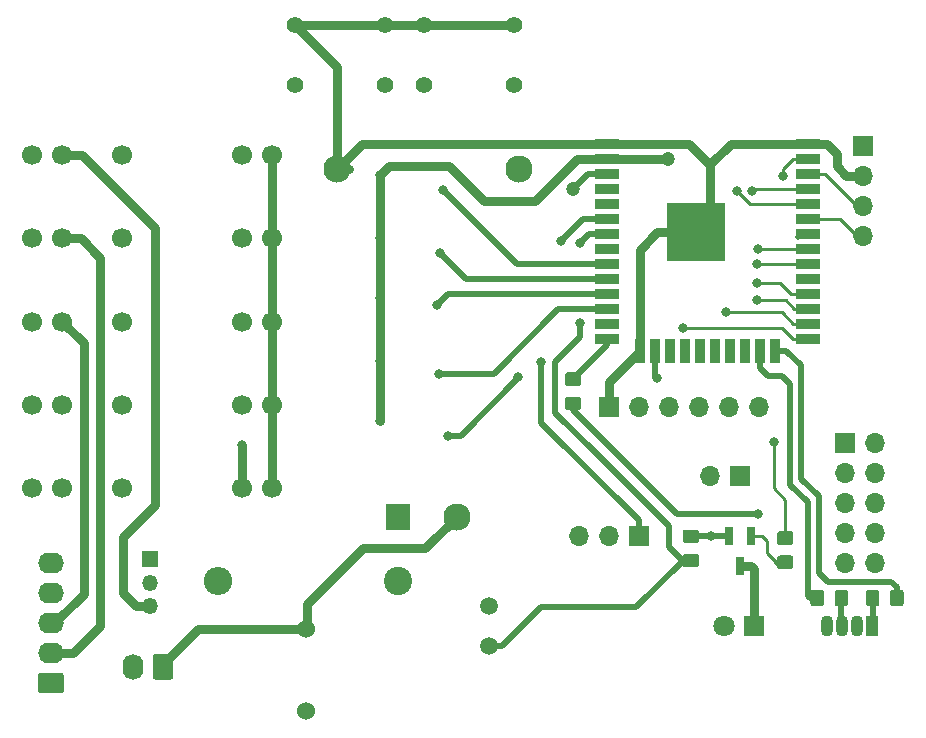
<source format=gbr>
%TF.GenerationSoftware,KiCad,Pcbnew,5.1.5+dfsg1-2build2*%
%TF.CreationDate,2021-01-07T21:04:46-03:00*%
%TF.ProjectId,Punkatoo,50756e6b-6174-46f6-9f2e-6b696361645f,rev?*%
%TF.SameCoordinates,Original*%
%TF.FileFunction,Copper,L1,Top*%
%TF.FilePolarity,Positive*%
%FSLAX46Y46*%
G04 Gerber Fmt 4.6, Leading zero omitted, Abs format (unit mm)*
G04 Created by KiCad (PCBNEW 5.1.5+dfsg1-2build2) date 2021-01-07 21:04:46*
%MOMM*%
%LPD*%
G04 APERTURE LIST*
%TA.AperFunction,ComponentPad*%
%ADD10O,1.700000X1.700000*%
%TD*%
%TA.AperFunction,ComponentPad*%
%ADD11R,1.700000X1.700000*%
%TD*%
%TA.AperFunction,ComponentPad*%
%ADD12C,1.397000*%
%TD*%
%TA.AperFunction,ComponentPad*%
%ADD13C,1.524000*%
%TD*%
%TA.AperFunction,ComponentPad*%
%ADD14O,1.350000X1.350000*%
%TD*%
%TA.AperFunction,ComponentPad*%
%ADD15R,1.350000X1.350000*%
%TD*%
%TA.AperFunction,SMDPad,CuDef*%
%ADD16C,0.100000*%
%TD*%
%TA.AperFunction,SMDPad,CuDef*%
%ADD17R,5.000000X5.000000*%
%TD*%
%TA.AperFunction,SMDPad,CuDef*%
%ADD18R,2.000000X0.900000*%
%TD*%
%TA.AperFunction,SMDPad,CuDef*%
%ADD19R,0.900000X2.000000*%
%TD*%
%TA.AperFunction,ComponentPad*%
%ADD20O,2.400000X2.400000*%
%TD*%
%TA.AperFunction,ComponentPad*%
%ADD21C,2.400000*%
%TD*%
%TA.AperFunction,ComponentPad*%
%ADD22O,2.200000X1.740000*%
%TD*%
%TA.AperFunction,ComponentPad*%
%ADD23C,0.100000*%
%TD*%
%TA.AperFunction,ComponentPad*%
%ADD24O,1.740000X2.200000*%
%TD*%
%TA.AperFunction,ComponentPad*%
%ADD25C,2.300000*%
%TD*%
%TA.AperFunction,ComponentPad*%
%ADD26R,2.000000X2.300000*%
%TD*%
%TA.AperFunction,ComponentPad*%
%ADD27C,1.700000*%
%TD*%
%TA.AperFunction,ComponentPad*%
%ADD28O,1.070000X1.800000*%
%TD*%
%TA.AperFunction,ComponentPad*%
%ADD29R,1.070000X1.800000*%
%TD*%
%TA.AperFunction,SMDPad,CuDef*%
%ADD30R,0.800000X1.500000*%
%TD*%
%TA.AperFunction,ComponentPad*%
%ADD31C,1.500000*%
%TD*%
%TA.AperFunction,ComponentPad*%
%ADD32C,1.800000*%
%TD*%
%TA.AperFunction,ComponentPad*%
%ADD33R,1.800000X1.800000*%
%TD*%
%TA.AperFunction,ViaPad*%
%ADD34C,0.800000*%
%TD*%
%TA.AperFunction,ViaPad*%
%ADD35C,1.200000*%
%TD*%
%TA.AperFunction,Conductor*%
%ADD36C,0.750000*%
%TD*%
%TA.AperFunction,Conductor*%
%ADD37C,0.500000*%
%TD*%
%TA.AperFunction,Conductor*%
%ADD38C,0.250000*%
%TD*%
G04 APERTURE END LIST*
D10*
%TO.P,U2,3*%
%TO.N,Net-(C1-Pad1)*%
X120210000Y-105172000D03*
%TO.P,U2,2*%
%TO.N,GND*%
X122750000Y-105172000D03*
D11*
%TO.P,U2,1*%
%TO.N,Net-(U1-Pad6)*%
X125290000Y-105172000D03*
%TD*%
D10*
%TO.P,J6,4*%
%TO.N,Net-(J6-Pad4)*%
X144300000Y-79720000D03*
%TO.P,J6,3*%
%TO.N,Net-(J6-Pad3)*%
X144300000Y-77180000D03*
%TO.P,J6,2*%
%TO.N,GND*%
X144300000Y-74640000D03*
D11*
%TO.P,J6,1*%
%TO.N,+3V3*%
X144300000Y-72100000D03*
%TD*%
D12*
%TO.P,SW2,2*%
%TO.N,GND*%
X103800000Y-61920000D03*
%TO.P,SW2,1*%
%TO.N,/FLASH*%
X103800000Y-67000000D03*
%TO.P,SW2,2*%
%TO.N,GND*%
X96180000Y-61920000D03*
%TO.P,SW2,1*%
%TO.N,/FLASH*%
X96180000Y-67000000D03*
%TD*%
%TO.P,SW1,2*%
%TO.N,Net-(SW1-Pad2)*%
X107100000Y-67000000D03*
%TO.P,SW1,1*%
%TO.N,GND*%
X107100000Y-61920000D03*
%TO.P,SW1,2*%
%TO.N,Net-(SW1-Pad2)*%
X114720000Y-67000000D03*
%TO.P,SW1,1*%
%TO.N,GND*%
X114720000Y-61920000D03*
%TD*%
D13*
%TO.P,RV1,2*%
%TO.N,LINE*%
X97100000Y-120000000D03*
%TO.P,RV1,1*%
%TO.N,NEUT*%
X97100000Y-113000000D03*
%TD*%
D14*
%TO.P,C2,3*%
%TO.N,Net-(C2-Pad3)*%
X83900000Y-111100000D03*
%TO.P,C2,2*%
%TO.N,Net-(C2-Pad2)*%
X83900000Y-109100000D03*
D15*
%TO.P,C2,1*%
%TO.N,/M1*%
X83900000Y-107100000D03*
%TD*%
%TA.AperFunction,SMDPad,CuDef*%
D16*
%TO.P,R4,2*%
%TO.N,Net-(D1-Pad2)*%
G36*
X120174505Y-93351204D02*
G01*
X120198773Y-93354804D01*
X120222572Y-93360765D01*
X120245671Y-93369030D01*
X120267850Y-93379520D01*
X120288893Y-93392132D01*
X120308599Y-93406747D01*
X120326777Y-93423223D01*
X120343253Y-93441401D01*
X120357868Y-93461107D01*
X120370480Y-93482150D01*
X120380970Y-93504329D01*
X120389235Y-93527428D01*
X120395196Y-93551227D01*
X120398796Y-93575495D01*
X120400000Y-93599999D01*
X120400000Y-94250001D01*
X120398796Y-94274505D01*
X120395196Y-94298773D01*
X120389235Y-94322572D01*
X120380970Y-94345671D01*
X120370480Y-94367850D01*
X120357868Y-94388893D01*
X120343253Y-94408599D01*
X120326777Y-94426777D01*
X120308599Y-94443253D01*
X120288893Y-94457868D01*
X120267850Y-94470480D01*
X120245671Y-94480970D01*
X120222572Y-94489235D01*
X120198773Y-94495196D01*
X120174505Y-94498796D01*
X120150001Y-94500000D01*
X119249999Y-94500000D01*
X119225495Y-94498796D01*
X119201227Y-94495196D01*
X119177428Y-94489235D01*
X119154329Y-94480970D01*
X119132150Y-94470480D01*
X119111107Y-94457868D01*
X119091401Y-94443253D01*
X119073223Y-94426777D01*
X119056747Y-94408599D01*
X119042132Y-94388893D01*
X119029520Y-94367850D01*
X119019030Y-94345671D01*
X119010765Y-94322572D01*
X119004804Y-94298773D01*
X119001204Y-94274505D01*
X119000000Y-94250001D01*
X119000000Y-93599999D01*
X119001204Y-93575495D01*
X119004804Y-93551227D01*
X119010765Y-93527428D01*
X119019030Y-93504329D01*
X119029520Y-93482150D01*
X119042132Y-93461107D01*
X119056747Y-93441401D01*
X119073223Y-93423223D01*
X119091401Y-93406747D01*
X119111107Y-93392132D01*
X119132150Y-93379520D01*
X119154329Y-93369030D01*
X119177428Y-93360765D01*
X119201227Y-93354804D01*
X119225495Y-93351204D01*
X119249999Y-93350000D01*
X120150001Y-93350000D01*
X120174505Y-93351204D01*
G37*
%TD.AperFunction*%
%TA.AperFunction,SMDPad,CuDef*%
%TO.P,R4,1*%
%TO.N,Net-(R4-Pad1)*%
G36*
X120174505Y-91301204D02*
G01*
X120198773Y-91304804D01*
X120222572Y-91310765D01*
X120245671Y-91319030D01*
X120267850Y-91329520D01*
X120288893Y-91342132D01*
X120308599Y-91356747D01*
X120326777Y-91373223D01*
X120343253Y-91391401D01*
X120357868Y-91411107D01*
X120370480Y-91432150D01*
X120380970Y-91454329D01*
X120389235Y-91477428D01*
X120395196Y-91501227D01*
X120398796Y-91525495D01*
X120400000Y-91549999D01*
X120400000Y-92200001D01*
X120398796Y-92224505D01*
X120395196Y-92248773D01*
X120389235Y-92272572D01*
X120380970Y-92295671D01*
X120370480Y-92317850D01*
X120357868Y-92338893D01*
X120343253Y-92358599D01*
X120326777Y-92376777D01*
X120308599Y-92393253D01*
X120288893Y-92407868D01*
X120267850Y-92420480D01*
X120245671Y-92430970D01*
X120222572Y-92439235D01*
X120198773Y-92445196D01*
X120174505Y-92448796D01*
X120150001Y-92450000D01*
X119249999Y-92450000D01*
X119225495Y-92448796D01*
X119201227Y-92445196D01*
X119177428Y-92439235D01*
X119154329Y-92430970D01*
X119132150Y-92420480D01*
X119111107Y-92407868D01*
X119091401Y-92393253D01*
X119073223Y-92376777D01*
X119056747Y-92358599D01*
X119042132Y-92338893D01*
X119029520Y-92317850D01*
X119019030Y-92295671D01*
X119010765Y-92272572D01*
X119004804Y-92248773D01*
X119001204Y-92224505D01*
X119000000Y-92200001D01*
X119000000Y-91549999D01*
X119001204Y-91525495D01*
X119004804Y-91501227D01*
X119010765Y-91477428D01*
X119019030Y-91454329D01*
X119029520Y-91432150D01*
X119042132Y-91411107D01*
X119056747Y-91391401D01*
X119073223Y-91373223D01*
X119091401Y-91356747D01*
X119111107Y-91342132D01*
X119132150Y-91329520D01*
X119154329Y-91319030D01*
X119177428Y-91310765D01*
X119201227Y-91304804D01*
X119225495Y-91301204D01*
X119249999Y-91300000D01*
X120150001Y-91300000D01*
X120174505Y-91301204D01*
G37*
%TD.AperFunction*%
%TD*%
D17*
%TO.P,U1,39*%
%TO.N,GND*%
X130100000Y-79445000D03*
D18*
%TO.P,U1,1*%
X122600000Y-71945000D03*
%TO.P,U1,2*%
%TO.N,+3V3*%
X122600000Y-73215000D03*
%TO.P,U1,3*%
%TO.N,Net-(SW1-Pad2)*%
X122600000Y-74485000D03*
%TO.P,U1,4*%
%TO.N,Net-(U1-Pad4)*%
X122600000Y-75755000D03*
%TO.P,U1,5*%
%TO.N,Net-(U1-Pad5)*%
X122600000Y-77025000D03*
%TO.P,U1,6*%
%TO.N,Net-(U1-Pad6)*%
X122600000Y-78295000D03*
%TO.P,U1,7*%
%TO.N,Net-(R1-Pad2)*%
X122600000Y-79565000D03*
%TO.P,U1,8*%
%TO.N,Net-(U1-Pad8)*%
X122600000Y-80835000D03*
%TO.P,U1,9*%
%TO.N,R1*%
X122600000Y-82105000D03*
%TO.P,U1,10*%
%TO.N,R2*%
X122600000Y-83375000D03*
%TO.P,U1,11*%
%TO.N,R3*%
X122600000Y-84645000D03*
%TO.P,U1,12*%
%TO.N,R4*%
X122600000Y-85915000D03*
%TO.P,U1,13*%
%TO.N,Net-(U1-Pad13)*%
X122600000Y-87185000D03*
%TO.P,U1,14*%
%TO.N,Net-(R4-Pad1)*%
X122600000Y-88455000D03*
D19*
%TO.P,U1,15*%
%TO.N,GND*%
X125385000Y-89455000D03*
%TO.P,U1,16*%
%TO.N,R5*%
X126655000Y-89455000D03*
%TO.P,U1,17*%
%TO.N,Net-(U1-Pad17)*%
X127925000Y-89455000D03*
%TO.P,U1,18*%
%TO.N,Net-(U1-Pad18)*%
X129195000Y-89455000D03*
%TO.P,U1,19*%
%TO.N,Net-(U1-Pad19)*%
X130465000Y-89455000D03*
%TO.P,U1,20*%
%TO.N,Net-(U1-Pad20)*%
X131735000Y-89455000D03*
%TO.P,U1,21*%
%TO.N,Net-(U1-Pad21)*%
X133005000Y-89455000D03*
%TO.P,U1,22*%
%TO.N,Net-(U1-Pad22)*%
X134275000Y-89455000D03*
%TO.P,U1,23*%
%TO.N,Net-(R5-Pad1)*%
X135545000Y-89455000D03*
%TO.P,U1,24*%
%TO.N,Net-(R3-Pad1)*%
X136815000Y-89455000D03*
D18*
%TO.P,U1,25*%
%TO.N,/FLASH*%
X139600000Y-88455000D03*
%TO.P,U1,26*%
%TO.N,Net-(R8-Pad1)*%
X139600000Y-87185000D03*
%TO.P,U1,27*%
%TO.N,Net-(J2-Pad9)*%
X139600000Y-85915000D03*
%TO.P,U1,28*%
%TO.N,Net-(J2-Pad7)*%
X139600000Y-84645000D03*
%TO.P,U1,29*%
%TO.N,Net-(U1-Pad29)*%
X139600000Y-83375000D03*
%TO.P,U1,30*%
%TO.N,Net-(J2-Pad5)*%
X139600000Y-82105000D03*
%TO.P,U1,31*%
%TO.N,Net-(J2-Pad3)*%
X139600000Y-80835000D03*
%TO.P,U1,32*%
%TO.N,Net-(U1-Pad32)*%
X139600000Y-79565000D03*
%TO.P,U1,33*%
%TO.N,Net-(J6-Pad4)*%
X139600000Y-78295000D03*
%TO.P,U1,34*%
%TO.N,/RXD*%
X139600000Y-77025000D03*
%TO.P,U1,35*%
%TO.N,/TXD*%
X139600000Y-75755000D03*
%TO.P,U1,36*%
%TO.N,Net-(J6-Pad3)*%
X139600000Y-74485000D03*
%TO.P,U1,37*%
%TO.N,Net-(J2-Pad1)*%
X139600000Y-73215000D03*
%TO.P,U1,38*%
%TO.N,GND*%
X139600000Y-71945000D03*
%TD*%
D20*
%TO.P,F1,2*%
%TO.N,Net-(F1-Pad2)*%
X89660000Y-109000000D03*
D21*
%TO.P,F1,1*%
%TO.N,LINE*%
X104900000Y-109000000D03*
%TD*%
D10*
%TO.P,J2,10*%
%TO.N,Net-(J2-Pad10)*%
X145240000Y-107460000D03*
%TO.P,J2,9*%
%TO.N,Net-(J2-Pad9)*%
X142700000Y-107460000D03*
%TO.P,J2,8*%
%TO.N,Net-(J2-Pad10)*%
X145240000Y-104920000D03*
%TO.P,J2,7*%
%TO.N,Net-(J2-Pad7)*%
X142700000Y-104920000D03*
%TO.P,J2,6*%
%TO.N,Net-(J2-Pad10)*%
X145240000Y-102380000D03*
%TO.P,J2,5*%
%TO.N,Net-(J2-Pad5)*%
X142700000Y-102380000D03*
%TO.P,J2,4*%
%TO.N,Net-(J2-Pad10)*%
X145240000Y-99840000D03*
%TO.P,J2,3*%
%TO.N,Net-(J2-Pad3)*%
X142700000Y-99840000D03*
%TO.P,J2,2*%
%TO.N,Net-(J2-Pad10)*%
X145240000Y-97300000D03*
D11*
%TO.P,J2,1*%
%TO.N,Net-(J2-Pad1)*%
X142700000Y-97300000D03*
%TD*%
D10*
%TO.P,J3,6*%
%TO.N,Net-(J3-Pad6)*%
X135450000Y-94250000D03*
%TO.P,J3,5*%
%TO.N,/TXD*%
X132910000Y-94250000D03*
%TO.P,J3,4*%
%TO.N,/RXD*%
X130370000Y-94250000D03*
%TO.P,J3,3*%
%TO.N,Net-(J3-Pad3)*%
X127830000Y-94250000D03*
%TO.P,J3,2*%
%TO.N,Net-(J3-Pad2)*%
X125290000Y-94250000D03*
D11*
%TO.P,J3,1*%
%TO.N,GND*%
X122750000Y-94250000D03*
%TD*%
D22*
%TO.P,J7,5*%
%TO.N,/LMP*%
X75500000Y-107440000D03*
%TO.P,J7,4*%
%TO.N,/M2*%
X75500000Y-109980000D03*
%TO.P,J7,3*%
%TO.N,/M1*%
X75500000Y-112520000D03*
%TO.P,J7,2*%
%TO.N,Net-(C2-Pad2)*%
X75500000Y-115060000D03*
%TA.AperFunction,ComponentPad*%
D23*
%TO.P,J7,1*%
%TO.N,Net-(C2-Pad3)*%
G36*
X76374505Y-116731204D02*
G01*
X76398773Y-116734804D01*
X76422572Y-116740765D01*
X76445671Y-116749030D01*
X76467850Y-116759520D01*
X76488893Y-116772132D01*
X76508599Y-116786747D01*
X76526777Y-116803223D01*
X76543253Y-116821401D01*
X76557868Y-116841107D01*
X76570480Y-116862150D01*
X76580970Y-116884329D01*
X76589235Y-116907428D01*
X76595196Y-116931227D01*
X76598796Y-116955495D01*
X76600000Y-116979999D01*
X76600000Y-118220001D01*
X76598796Y-118244505D01*
X76595196Y-118268773D01*
X76589235Y-118292572D01*
X76580970Y-118315671D01*
X76570480Y-118337850D01*
X76557868Y-118358893D01*
X76543253Y-118378599D01*
X76526777Y-118396777D01*
X76508599Y-118413253D01*
X76488893Y-118427868D01*
X76467850Y-118440480D01*
X76445671Y-118450970D01*
X76422572Y-118459235D01*
X76398773Y-118465196D01*
X76374505Y-118468796D01*
X76350001Y-118470000D01*
X74649999Y-118470000D01*
X74625495Y-118468796D01*
X74601227Y-118465196D01*
X74577428Y-118459235D01*
X74554329Y-118450970D01*
X74532150Y-118440480D01*
X74511107Y-118427868D01*
X74491401Y-118413253D01*
X74473223Y-118396777D01*
X74456747Y-118378599D01*
X74442132Y-118358893D01*
X74429520Y-118337850D01*
X74419030Y-118315671D01*
X74410765Y-118292572D01*
X74404804Y-118268773D01*
X74401204Y-118244505D01*
X74400000Y-118220001D01*
X74400000Y-116979999D01*
X74401204Y-116955495D01*
X74404804Y-116931227D01*
X74410765Y-116907428D01*
X74419030Y-116884329D01*
X74429520Y-116862150D01*
X74442132Y-116841107D01*
X74456747Y-116821401D01*
X74473223Y-116803223D01*
X74491401Y-116786747D01*
X74511107Y-116772132D01*
X74532150Y-116759520D01*
X74554329Y-116749030D01*
X74577428Y-116740765D01*
X74601227Y-116734804D01*
X74625495Y-116731204D01*
X74649999Y-116730000D01*
X76350001Y-116730000D01*
X76374505Y-116731204D01*
G37*
%TD.AperFunction*%
%TD*%
D24*
%TO.P,J1,2*%
%TO.N,Net-(F1-Pad2)*%
X82460000Y-116200000D03*
%TA.AperFunction,ComponentPad*%
D23*
%TO.P,J1,1*%
%TO.N,NEUT*%
G36*
X85644505Y-115101204D02*
G01*
X85668773Y-115104804D01*
X85692572Y-115110765D01*
X85715671Y-115119030D01*
X85737850Y-115129520D01*
X85758893Y-115142132D01*
X85778599Y-115156747D01*
X85796777Y-115173223D01*
X85813253Y-115191401D01*
X85827868Y-115211107D01*
X85840480Y-115232150D01*
X85850970Y-115254329D01*
X85859235Y-115277428D01*
X85865196Y-115301227D01*
X85868796Y-115325495D01*
X85870000Y-115349999D01*
X85870000Y-117050001D01*
X85868796Y-117074505D01*
X85865196Y-117098773D01*
X85859235Y-117122572D01*
X85850970Y-117145671D01*
X85840480Y-117167850D01*
X85827868Y-117188893D01*
X85813253Y-117208599D01*
X85796777Y-117226777D01*
X85778599Y-117243253D01*
X85758893Y-117257868D01*
X85737850Y-117270480D01*
X85715671Y-117280970D01*
X85692572Y-117289235D01*
X85668773Y-117295196D01*
X85644505Y-117298796D01*
X85620001Y-117300000D01*
X84379999Y-117300000D01*
X84355495Y-117298796D01*
X84331227Y-117295196D01*
X84307428Y-117289235D01*
X84284329Y-117280970D01*
X84262150Y-117270480D01*
X84241107Y-117257868D01*
X84221401Y-117243253D01*
X84203223Y-117226777D01*
X84186747Y-117208599D01*
X84172132Y-117188893D01*
X84159520Y-117167850D01*
X84149030Y-117145671D01*
X84140765Y-117122572D01*
X84134804Y-117098773D01*
X84131204Y-117074505D01*
X84130000Y-117050001D01*
X84130000Y-115349999D01*
X84131204Y-115325495D01*
X84134804Y-115301227D01*
X84140765Y-115277428D01*
X84149030Y-115254329D01*
X84159520Y-115232150D01*
X84172132Y-115211107D01*
X84186747Y-115191401D01*
X84203223Y-115173223D01*
X84221401Y-115156747D01*
X84241107Y-115142132D01*
X84262150Y-115129520D01*
X84284329Y-115119030D01*
X84307428Y-115110765D01*
X84331227Y-115104804D01*
X84355495Y-115101204D01*
X84379999Y-115100000D01*
X85620001Y-115100000D01*
X85644505Y-115101204D01*
G37*
%TD.AperFunction*%
%TD*%
D25*
%TO.P,PS1,4*%
%TO.N,+5V*%
X115100000Y-74116000D03*
%TO.P,PS1,2*%
%TO.N,NEUT*%
X109900000Y-103516000D03*
D26*
%TO.P,PS1,1*%
%TO.N,LINE*%
X104900000Y-103516000D03*
D25*
%TO.P,PS1,3*%
%TO.N,GND*%
X99700000Y-74116000D03*
%TD*%
D27*
%TO.P,K5,2*%
%TO.N,LINE*%
X81532000Y-101103000D03*
%TO.P,K5,1*%
%TO.N,/LMP*%
X73912000Y-101103000D03*
%TO.P,K5,3*%
%TO.N,Net-(K5-Pad3)*%
X91692000Y-101103000D03*
%TO.P,K5,4*%
%TO.N,GND*%
X94232000Y-101103000D03*
%TO.P,K5,1*%
%TO.N,/LMP*%
X76452000Y-101103000D03*
%TD*%
%TO.P,K4,2*%
%TO.N,LINE*%
X81532000Y-94054500D03*
%TO.P,K4,1*%
%TO.N,/M2*%
X73912000Y-94054500D03*
%TO.P,K4,3*%
%TO.N,Net-(K4-Pad3)*%
X91692000Y-94054500D03*
%TO.P,K4,4*%
%TO.N,GND*%
X94232000Y-94054500D03*
%TO.P,K4,1*%
%TO.N,/M2*%
X76452000Y-94054500D03*
%TD*%
%TO.P,K3,2*%
%TO.N,LINE*%
X81532000Y-87006000D03*
%TO.P,K3,1*%
%TO.N,/M1*%
X73912000Y-87006000D03*
%TO.P,K3,3*%
%TO.N,Net-(K3-Pad3)*%
X91692000Y-87006000D03*
%TO.P,K3,4*%
%TO.N,GND*%
X94232000Y-87006000D03*
%TO.P,K3,1*%
%TO.N,/M1*%
X76452000Y-87006000D03*
%TD*%
%TO.P,K2,2*%
%TO.N,Net-(JP2-Pad1)*%
X81532000Y-79957500D03*
%TO.P,K2,1*%
%TO.N,Net-(C2-Pad2)*%
X73912000Y-79957500D03*
%TO.P,K2,3*%
%TO.N,Net-(K2-Pad3)*%
X91692000Y-79957500D03*
%TO.P,K2,4*%
%TO.N,GND*%
X94232000Y-79957500D03*
%TO.P,K2,1*%
%TO.N,Net-(C2-Pad2)*%
X76452000Y-79957500D03*
%TD*%
%TO.P,K1,2*%
%TO.N,Net-(JP2-Pad1)*%
X81532000Y-72909000D03*
%TO.P,K1,1*%
%TO.N,Net-(C2-Pad3)*%
X73912000Y-72909000D03*
%TO.P,K1,3*%
%TO.N,Net-(K1-Pad3)*%
X91692000Y-72909000D03*
%TO.P,K1,4*%
%TO.N,GND*%
X94232000Y-72909000D03*
%TO.P,K1,1*%
%TO.N,Net-(C2-Pad3)*%
X76452000Y-72909000D03*
%TD*%
%TA.AperFunction,SMDPad,CuDef*%
D16*
%TO.P,R5,2*%
%TO.N,Net-(D1-Pad3)*%
G36*
X142774505Y-109701204D02*
G01*
X142798773Y-109704804D01*
X142822572Y-109710765D01*
X142845671Y-109719030D01*
X142867850Y-109729520D01*
X142888893Y-109742132D01*
X142908599Y-109756747D01*
X142926777Y-109773223D01*
X142943253Y-109791401D01*
X142957868Y-109811107D01*
X142970480Y-109832150D01*
X142980970Y-109854329D01*
X142989235Y-109877428D01*
X142995196Y-109901227D01*
X142998796Y-109925495D01*
X143000000Y-109949999D01*
X143000000Y-110850001D01*
X142998796Y-110874505D01*
X142995196Y-110898773D01*
X142989235Y-110922572D01*
X142980970Y-110945671D01*
X142970480Y-110967850D01*
X142957868Y-110988893D01*
X142943253Y-111008599D01*
X142926777Y-111026777D01*
X142908599Y-111043253D01*
X142888893Y-111057868D01*
X142867850Y-111070480D01*
X142845671Y-111080970D01*
X142822572Y-111089235D01*
X142798773Y-111095196D01*
X142774505Y-111098796D01*
X142750001Y-111100000D01*
X142099999Y-111100000D01*
X142075495Y-111098796D01*
X142051227Y-111095196D01*
X142027428Y-111089235D01*
X142004329Y-111080970D01*
X141982150Y-111070480D01*
X141961107Y-111057868D01*
X141941401Y-111043253D01*
X141923223Y-111026777D01*
X141906747Y-111008599D01*
X141892132Y-110988893D01*
X141879520Y-110967850D01*
X141869030Y-110945671D01*
X141860765Y-110922572D01*
X141854804Y-110898773D01*
X141851204Y-110874505D01*
X141850000Y-110850001D01*
X141850000Y-109949999D01*
X141851204Y-109925495D01*
X141854804Y-109901227D01*
X141860765Y-109877428D01*
X141869030Y-109854329D01*
X141879520Y-109832150D01*
X141892132Y-109811107D01*
X141906747Y-109791401D01*
X141923223Y-109773223D01*
X141941401Y-109756747D01*
X141961107Y-109742132D01*
X141982150Y-109729520D01*
X142004329Y-109719030D01*
X142027428Y-109710765D01*
X142051227Y-109704804D01*
X142075495Y-109701204D01*
X142099999Y-109700000D01*
X142750001Y-109700000D01*
X142774505Y-109701204D01*
G37*
%TD.AperFunction*%
%TA.AperFunction,SMDPad,CuDef*%
%TO.P,R5,1*%
%TO.N,Net-(R5-Pad1)*%
G36*
X140724505Y-109701204D02*
G01*
X140748773Y-109704804D01*
X140772572Y-109710765D01*
X140795671Y-109719030D01*
X140817850Y-109729520D01*
X140838893Y-109742132D01*
X140858599Y-109756747D01*
X140876777Y-109773223D01*
X140893253Y-109791401D01*
X140907868Y-109811107D01*
X140920480Y-109832150D01*
X140930970Y-109854329D01*
X140939235Y-109877428D01*
X140945196Y-109901227D01*
X140948796Y-109925495D01*
X140950000Y-109949999D01*
X140950000Y-110850001D01*
X140948796Y-110874505D01*
X140945196Y-110898773D01*
X140939235Y-110922572D01*
X140930970Y-110945671D01*
X140920480Y-110967850D01*
X140907868Y-110988893D01*
X140893253Y-111008599D01*
X140876777Y-111026777D01*
X140858599Y-111043253D01*
X140838893Y-111057868D01*
X140817850Y-111070480D01*
X140795671Y-111080970D01*
X140772572Y-111089235D01*
X140748773Y-111095196D01*
X140724505Y-111098796D01*
X140700001Y-111100000D01*
X140049999Y-111100000D01*
X140025495Y-111098796D01*
X140001227Y-111095196D01*
X139977428Y-111089235D01*
X139954329Y-111080970D01*
X139932150Y-111070480D01*
X139911107Y-111057868D01*
X139891401Y-111043253D01*
X139873223Y-111026777D01*
X139856747Y-111008599D01*
X139842132Y-110988893D01*
X139829520Y-110967850D01*
X139819030Y-110945671D01*
X139810765Y-110922572D01*
X139804804Y-110898773D01*
X139801204Y-110874505D01*
X139800000Y-110850001D01*
X139800000Y-109949999D01*
X139801204Y-109925495D01*
X139804804Y-109901227D01*
X139810765Y-109877428D01*
X139819030Y-109854329D01*
X139829520Y-109832150D01*
X139842132Y-109811107D01*
X139856747Y-109791401D01*
X139873223Y-109773223D01*
X139891401Y-109756747D01*
X139911107Y-109742132D01*
X139932150Y-109729520D01*
X139954329Y-109719030D01*
X139977428Y-109710765D01*
X140001227Y-109704804D01*
X140025495Y-109701204D01*
X140049999Y-109700000D01*
X140700001Y-109700000D01*
X140724505Y-109701204D01*
G37*
%TD.AperFunction*%
%TD*%
%TA.AperFunction,SMDPad,CuDef*%
%TO.P,R3,2*%
%TO.N,Net-(D1-Pad1)*%
G36*
X145424505Y-109701204D02*
G01*
X145448773Y-109704804D01*
X145472572Y-109710765D01*
X145495671Y-109719030D01*
X145517850Y-109729520D01*
X145538893Y-109742132D01*
X145558599Y-109756747D01*
X145576777Y-109773223D01*
X145593253Y-109791401D01*
X145607868Y-109811107D01*
X145620480Y-109832150D01*
X145630970Y-109854329D01*
X145639235Y-109877428D01*
X145645196Y-109901227D01*
X145648796Y-109925495D01*
X145650000Y-109949999D01*
X145650000Y-110850001D01*
X145648796Y-110874505D01*
X145645196Y-110898773D01*
X145639235Y-110922572D01*
X145630970Y-110945671D01*
X145620480Y-110967850D01*
X145607868Y-110988893D01*
X145593253Y-111008599D01*
X145576777Y-111026777D01*
X145558599Y-111043253D01*
X145538893Y-111057868D01*
X145517850Y-111070480D01*
X145495671Y-111080970D01*
X145472572Y-111089235D01*
X145448773Y-111095196D01*
X145424505Y-111098796D01*
X145400001Y-111100000D01*
X144749999Y-111100000D01*
X144725495Y-111098796D01*
X144701227Y-111095196D01*
X144677428Y-111089235D01*
X144654329Y-111080970D01*
X144632150Y-111070480D01*
X144611107Y-111057868D01*
X144591401Y-111043253D01*
X144573223Y-111026777D01*
X144556747Y-111008599D01*
X144542132Y-110988893D01*
X144529520Y-110967850D01*
X144519030Y-110945671D01*
X144510765Y-110922572D01*
X144504804Y-110898773D01*
X144501204Y-110874505D01*
X144500000Y-110850001D01*
X144500000Y-109949999D01*
X144501204Y-109925495D01*
X144504804Y-109901227D01*
X144510765Y-109877428D01*
X144519030Y-109854329D01*
X144529520Y-109832150D01*
X144542132Y-109811107D01*
X144556747Y-109791401D01*
X144573223Y-109773223D01*
X144591401Y-109756747D01*
X144611107Y-109742132D01*
X144632150Y-109729520D01*
X144654329Y-109719030D01*
X144677428Y-109710765D01*
X144701227Y-109704804D01*
X144725495Y-109701204D01*
X144749999Y-109700000D01*
X145400001Y-109700000D01*
X145424505Y-109701204D01*
G37*
%TD.AperFunction*%
%TA.AperFunction,SMDPad,CuDef*%
%TO.P,R3,1*%
%TO.N,Net-(R3-Pad1)*%
G36*
X147474505Y-109701204D02*
G01*
X147498773Y-109704804D01*
X147522572Y-109710765D01*
X147545671Y-109719030D01*
X147567850Y-109729520D01*
X147588893Y-109742132D01*
X147608599Y-109756747D01*
X147626777Y-109773223D01*
X147643253Y-109791401D01*
X147657868Y-109811107D01*
X147670480Y-109832150D01*
X147680970Y-109854329D01*
X147689235Y-109877428D01*
X147695196Y-109901227D01*
X147698796Y-109925495D01*
X147700000Y-109949999D01*
X147700000Y-110850001D01*
X147698796Y-110874505D01*
X147695196Y-110898773D01*
X147689235Y-110922572D01*
X147680970Y-110945671D01*
X147670480Y-110967850D01*
X147657868Y-110988893D01*
X147643253Y-111008599D01*
X147626777Y-111026777D01*
X147608599Y-111043253D01*
X147588893Y-111057868D01*
X147567850Y-111070480D01*
X147545671Y-111080970D01*
X147522572Y-111089235D01*
X147498773Y-111095196D01*
X147474505Y-111098796D01*
X147450001Y-111100000D01*
X146799999Y-111100000D01*
X146775495Y-111098796D01*
X146751227Y-111095196D01*
X146727428Y-111089235D01*
X146704329Y-111080970D01*
X146682150Y-111070480D01*
X146661107Y-111057868D01*
X146641401Y-111043253D01*
X146623223Y-111026777D01*
X146606747Y-111008599D01*
X146592132Y-110988893D01*
X146579520Y-110967850D01*
X146569030Y-110945671D01*
X146560765Y-110922572D01*
X146554804Y-110898773D01*
X146551204Y-110874505D01*
X146550000Y-110850001D01*
X146550000Y-109949999D01*
X146551204Y-109925495D01*
X146554804Y-109901227D01*
X146560765Y-109877428D01*
X146569030Y-109854329D01*
X146579520Y-109832150D01*
X146592132Y-109811107D01*
X146606747Y-109791401D01*
X146623223Y-109773223D01*
X146641401Y-109756747D01*
X146661107Y-109742132D01*
X146682150Y-109729520D01*
X146704329Y-109719030D01*
X146727428Y-109710765D01*
X146751227Y-109704804D01*
X146775495Y-109701204D01*
X146799999Y-109700000D01*
X147450001Y-109700000D01*
X147474505Y-109701204D01*
G37*
%TD.AperFunction*%
%TD*%
D28*
%TO.P,D1,4*%
%TO.N,+3V3*%
X141224000Y-112776000D03*
%TO.P,D1,3*%
%TO.N,Net-(D1-Pad3)*%
X142494000Y-112776000D03*
%TO.P,D1,2*%
%TO.N,Net-(D1-Pad2)*%
X143764000Y-112776000D03*
D29*
%TO.P,D1,1*%
%TO.N,Net-(D1-Pad1)*%
X145034000Y-112776000D03*
%TD*%
D30*
%TO.P,Q1,3*%
%TO.N,Net-(D2-Pad1)*%
X133858000Y-107676000D03*
%TO.P,Q1,2*%
%TO.N,GND*%
X132908000Y-105176000D03*
%TO.P,Q1,1*%
%TO.N,Net-(Q1-Pad1)*%
X134808000Y-105176000D03*
%TD*%
D31*
%TO.P,R1,2*%
%TO.N,Net-(R1-Pad2)*%
X112630000Y-114476000D03*
%TO.P,R1,1*%
%TO.N,+3V3*%
X112630000Y-111076000D03*
%TD*%
%TA.AperFunction,SMDPad,CuDef*%
D16*
%TO.P,R2,2*%
%TO.N,Net-(R1-Pad2)*%
G36*
X130154505Y-106652204D02*
G01*
X130178773Y-106655804D01*
X130202572Y-106661765D01*
X130225671Y-106670030D01*
X130247850Y-106680520D01*
X130268893Y-106693132D01*
X130288599Y-106707747D01*
X130306777Y-106724223D01*
X130323253Y-106742401D01*
X130337868Y-106762107D01*
X130350480Y-106783150D01*
X130360970Y-106805329D01*
X130369235Y-106828428D01*
X130375196Y-106852227D01*
X130378796Y-106876495D01*
X130380000Y-106900999D01*
X130380000Y-107551001D01*
X130378796Y-107575505D01*
X130375196Y-107599773D01*
X130369235Y-107623572D01*
X130360970Y-107646671D01*
X130350480Y-107668850D01*
X130337868Y-107689893D01*
X130323253Y-107709599D01*
X130306777Y-107727777D01*
X130288599Y-107744253D01*
X130268893Y-107758868D01*
X130247850Y-107771480D01*
X130225671Y-107781970D01*
X130202572Y-107790235D01*
X130178773Y-107796196D01*
X130154505Y-107799796D01*
X130130001Y-107801000D01*
X129229999Y-107801000D01*
X129205495Y-107799796D01*
X129181227Y-107796196D01*
X129157428Y-107790235D01*
X129134329Y-107781970D01*
X129112150Y-107771480D01*
X129091107Y-107758868D01*
X129071401Y-107744253D01*
X129053223Y-107727777D01*
X129036747Y-107709599D01*
X129022132Y-107689893D01*
X129009520Y-107668850D01*
X128999030Y-107646671D01*
X128990765Y-107623572D01*
X128984804Y-107599773D01*
X128981204Y-107575505D01*
X128980000Y-107551001D01*
X128980000Y-106900999D01*
X128981204Y-106876495D01*
X128984804Y-106852227D01*
X128990765Y-106828428D01*
X128999030Y-106805329D01*
X129009520Y-106783150D01*
X129022132Y-106762107D01*
X129036747Y-106742401D01*
X129053223Y-106724223D01*
X129071401Y-106707747D01*
X129091107Y-106693132D01*
X129112150Y-106680520D01*
X129134329Y-106670030D01*
X129157428Y-106661765D01*
X129181227Y-106655804D01*
X129205495Y-106652204D01*
X129229999Y-106651000D01*
X130130001Y-106651000D01*
X130154505Y-106652204D01*
G37*
%TD.AperFunction*%
%TA.AperFunction,SMDPad,CuDef*%
%TO.P,R2,1*%
%TO.N,GND*%
G36*
X130154505Y-104602204D02*
G01*
X130178773Y-104605804D01*
X130202572Y-104611765D01*
X130225671Y-104620030D01*
X130247850Y-104630520D01*
X130268893Y-104643132D01*
X130288599Y-104657747D01*
X130306777Y-104674223D01*
X130323253Y-104692401D01*
X130337868Y-104712107D01*
X130350480Y-104733150D01*
X130360970Y-104755329D01*
X130369235Y-104778428D01*
X130375196Y-104802227D01*
X130378796Y-104826495D01*
X130380000Y-104850999D01*
X130380000Y-105501001D01*
X130378796Y-105525505D01*
X130375196Y-105549773D01*
X130369235Y-105573572D01*
X130360970Y-105596671D01*
X130350480Y-105618850D01*
X130337868Y-105639893D01*
X130323253Y-105659599D01*
X130306777Y-105677777D01*
X130288599Y-105694253D01*
X130268893Y-105708868D01*
X130247850Y-105721480D01*
X130225671Y-105731970D01*
X130202572Y-105740235D01*
X130178773Y-105746196D01*
X130154505Y-105749796D01*
X130130001Y-105751000D01*
X129229999Y-105751000D01*
X129205495Y-105749796D01*
X129181227Y-105746196D01*
X129157428Y-105740235D01*
X129134329Y-105731970D01*
X129112150Y-105721480D01*
X129091107Y-105708868D01*
X129071401Y-105694253D01*
X129053223Y-105677777D01*
X129036747Y-105659599D01*
X129022132Y-105639893D01*
X129009520Y-105618850D01*
X128999030Y-105596671D01*
X128990765Y-105573572D01*
X128984804Y-105549773D01*
X128981204Y-105525505D01*
X128980000Y-105501001D01*
X128980000Y-104850999D01*
X128981204Y-104826495D01*
X128984804Y-104802227D01*
X128990765Y-104778428D01*
X128999030Y-104755329D01*
X129009520Y-104733150D01*
X129022132Y-104712107D01*
X129036747Y-104692401D01*
X129053223Y-104674223D01*
X129071401Y-104657747D01*
X129091107Y-104643132D01*
X129112150Y-104630520D01*
X129134329Y-104620030D01*
X129157428Y-104611765D01*
X129181227Y-104605804D01*
X129205495Y-104602204D01*
X129229999Y-104601000D01*
X130130001Y-104601000D01*
X130154505Y-104602204D01*
G37*
%TD.AperFunction*%
%TD*%
D32*
%TO.P,D2,2*%
%TO.N,Net-(D2-Pad2)*%
X132500000Y-112776000D03*
D33*
%TO.P,D2,1*%
%TO.N,Net-(D2-Pad1)*%
X135040000Y-112776000D03*
%TD*%
D10*
%TO.P,JP1,2*%
%TO.N,Net-(J3-Pad3)*%
X131318000Y-100076000D03*
D11*
%TO.P,JP1,1*%
%TO.N,+3V3*%
X133858000Y-100076000D03*
%TD*%
%TA.AperFunction,SMDPad,CuDef*%
D16*
%TO.P,R8,2*%
%TO.N,Net-(Q1-Pad1)*%
G36*
X138142505Y-106799204D02*
G01*
X138166773Y-106802804D01*
X138190572Y-106808765D01*
X138213671Y-106817030D01*
X138235850Y-106827520D01*
X138256893Y-106840132D01*
X138276599Y-106854747D01*
X138294777Y-106871223D01*
X138311253Y-106889401D01*
X138325868Y-106909107D01*
X138338480Y-106930150D01*
X138348970Y-106952329D01*
X138357235Y-106975428D01*
X138363196Y-106999227D01*
X138366796Y-107023495D01*
X138368000Y-107047999D01*
X138368000Y-107698001D01*
X138366796Y-107722505D01*
X138363196Y-107746773D01*
X138357235Y-107770572D01*
X138348970Y-107793671D01*
X138338480Y-107815850D01*
X138325868Y-107836893D01*
X138311253Y-107856599D01*
X138294777Y-107874777D01*
X138276599Y-107891253D01*
X138256893Y-107905868D01*
X138235850Y-107918480D01*
X138213671Y-107928970D01*
X138190572Y-107937235D01*
X138166773Y-107943196D01*
X138142505Y-107946796D01*
X138118001Y-107948000D01*
X137217999Y-107948000D01*
X137193495Y-107946796D01*
X137169227Y-107943196D01*
X137145428Y-107937235D01*
X137122329Y-107928970D01*
X137100150Y-107918480D01*
X137079107Y-107905868D01*
X137059401Y-107891253D01*
X137041223Y-107874777D01*
X137024747Y-107856599D01*
X137010132Y-107836893D01*
X136997520Y-107815850D01*
X136987030Y-107793671D01*
X136978765Y-107770572D01*
X136972804Y-107746773D01*
X136969204Y-107722505D01*
X136968000Y-107698001D01*
X136968000Y-107047999D01*
X136969204Y-107023495D01*
X136972804Y-106999227D01*
X136978765Y-106975428D01*
X136987030Y-106952329D01*
X136997520Y-106930150D01*
X137010132Y-106909107D01*
X137024747Y-106889401D01*
X137041223Y-106871223D01*
X137059401Y-106854747D01*
X137079107Y-106840132D01*
X137100150Y-106827520D01*
X137122329Y-106817030D01*
X137145428Y-106808765D01*
X137169227Y-106802804D01*
X137193495Y-106799204D01*
X137217999Y-106798000D01*
X138118001Y-106798000D01*
X138142505Y-106799204D01*
G37*
%TD.AperFunction*%
%TA.AperFunction,SMDPad,CuDef*%
%TO.P,R8,1*%
%TO.N,Net-(R8-Pad1)*%
G36*
X138142505Y-104749204D02*
G01*
X138166773Y-104752804D01*
X138190572Y-104758765D01*
X138213671Y-104767030D01*
X138235850Y-104777520D01*
X138256893Y-104790132D01*
X138276599Y-104804747D01*
X138294777Y-104821223D01*
X138311253Y-104839401D01*
X138325868Y-104859107D01*
X138338480Y-104880150D01*
X138348970Y-104902329D01*
X138357235Y-104925428D01*
X138363196Y-104949227D01*
X138366796Y-104973495D01*
X138368000Y-104997999D01*
X138368000Y-105648001D01*
X138366796Y-105672505D01*
X138363196Y-105696773D01*
X138357235Y-105720572D01*
X138348970Y-105743671D01*
X138338480Y-105765850D01*
X138325868Y-105786893D01*
X138311253Y-105806599D01*
X138294777Y-105824777D01*
X138276599Y-105841253D01*
X138256893Y-105855868D01*
X138235850Y-105868480D01*
X138213671Y-105878970D01*
X138190572Y-105887235D01*
X138166773Y-105893196D01*
X138142505Y-105896796D01*
X138118001Y-105898000D01*
X137217999Y-105898000D01*
X137193495Y-105896796D01*
X137169227Y-105893196D01*
X137145428Y-105887235D01*
X137122329Y-105878970D01*
X137100150Y-105868480D01*
X137079107Y-105855868D01*
X137059401Y-105841253D01*
X137041223Y-105824777D01*
X137024747Y-105806599D01*
X137010132Y-105786893D01*
X136997520Y-105765850D01*
X136987030Y-105743671D01*
X136978765Y-105720572D01*
X136972804Y-105696773D01*
X136969204Y-105672505D01*
X136968000Y-105648001D01*
X136968000Y-104997999D01*
X136969204Y-104973495D01*
X136972804Y-104949227D01*
X136978765Y-104925428D01*
X136987030Y-104902329D01*
X136997520Y-104880150D01*
X137010132Y-104859107D01*
X137024747Y-104839401D01*
X137041223Y-104821223D01*
X137059401Y-104804747D01*
X137079107Y-104790132D01*
X137100150Y-104777520D01*
X137122329Y-104767030D01*
X137145428Y-104758765D01*
X137169227Y-104752804D01*
X137193495Y-104749204D01*
X137217999Y-104748000D01*
X138118001Y-104748000D01*
X138142505Y-104749204D01*
G37*
%TD.AperFunction*%
%TD*%
D34*
%TO.N,GND*%
X131424000Y-105176000D03*
%TO.N,+3V3*%
X103356000Y-90328000D03*
X103356000Y-79914000D03*
X103356000Y-74580000D03*
X103356000Y-84994000D03*
X103356000Y-95408000D03*
D35*
X127750000Y-73250000D03*
D34*
%TO.N,Net-(K5-Pad3)*%
X91692000Y-97420000D03*
%TO.N,/TXD*%
X134900000Y-75900000D03*
%TO.N,/RXD*%
X133600000Y-75900000D03*
%TO.N,/FLASH*%
X129000000Y-87500000D03*
D35*
%TO.N,Net-(SW1-Pad2)*%
X119700000Y-75800000D03*
D34*
%TO.N,R1*%
X108710000Y-75830000D03*
%TO.N,R2*%
X108456000Y-81164000D03*
%TO.N,R3*%
X108200000Y-85600000D03*
%TO.N,R4*%
X108400000Y-91400000D03*
%TO.N,R5*%
X126800000Y-91800000D03*
X115062000Y-91694000D03*
X109100000Y-96649000D03*
%TO.N,Net-(D1-Pad2)*%
X135400000Y-103300000D03*
%TO.N,Net-(J2-Pad3)*%
X135365000Y-80835000D03*
%TO.N,Net-(U1-Pad6)*%
X118700000Y-80200000D03*
X117040000Y-90380000D03*
%TO.N,Net-(J2-Pad9)*%
X135300000Y-85200000D03*
%TO.N,Net-(J2-Pad7)*%
X135300000Y-83700000D03*
%TO.N,Net-(J2-Pad5)*%
X135300000Y-82100000D03*
%TO.N,Net-(J2-Pad1)*%
X137500000Y-74700000D03*
%TO.N,Net-(R1-Pad2)*%
X120300000Y-80300000D03*
X120300000Y-87134315D03*
%TO.N,Net-(R8-Pad1)*%
X132700000Y-86200000D03*
X136700000Y-97200000D03*
%TD*%
D36*
%TO.N,GND*%
X94232000Y-87006000D02*
X94232000Y-79957500D01*
X100772000Y-74116000D02*
X99700000Y-74116000D01*
X94232000Y-73798000D02*
X94232000Y-72909000D01*
X94232000Y-79957500D02*
X94232000Y-73798000D01*
X94232000Y-101103000D02*
X94232000Y-94054500D01*
X94232000Y-94054500D02*
X94232000Y-87006000D01*
X131332000Y-73732000D02*
X131332000Y-79459000D01*
D37*
X132291000Y-78500000D02*
X131332000Y-79459000D01*
X122675000Y-94325000D02*
X122750000Y-94250000D01*
D36*
X125385000Y-87705000D02*
X125385000Y-89455000D01*
X125385000Y-80910000D02*
X125385000Y-87705000D01*
X126850000Y-79445000D02*
X125385000Y-80910000D01*
X130100000Y-79445000D02*
X126850000Y-79445000D01*
X122750000Y-92090000D02*
X125385000Y-89455000D01*
X122750000Y-94250000D02*
X122750000Y-92090000D01*
X118235000Y-71959000D02*
X118235000Y-71935000D01*
X129559000Y-71959000D02*
X118235000Y-71959000D01*
X131332000Y-73732000D02*
X129559000Y-71959000D01*
X96180000Y-61920000D02*
X103800000Y-61920000D01*
X103800000Y-61920000D02*
X107100000Y-61920000D01*
X108087828Y-61920000D02*
X114720000Y-61920000D01*
X107100000Y-61920000D02*
X108087828Y-61920000D01*
X99700000Y-65440000D02*
X96180000Y-61920000D01*
X99700000Y-74116000D02*
X99700000Y-65440000D01*
X101857000Y-71959000D02*
X99700000Y-74116000D01*
X118235000Y-71959000D02*
X101857000Y-71959000D01*
X133055000Y-71945000D02*
X139600000Y-71945000D01*
X131332000Y-73668000D02*
X133055000Y-71945000D01*
X131332000Y-73732000D02*
X131332000Y-73668000D01*
X142822918Y-74640000D02*
X144300000Y-74640000D01*
X142024999Y-73842081D02*
X142822918Y-74640000D01*
X142024999Y-72795000D02*
X142024999Y-73842081D01*
X141174999Y-71945000D02*
X142024999Y-72795000D01*
X139600000Y-71945000D02*
X141174999Y-71945000D01*
D37*
X131424000Y-105176000D02*
X132908000Y-105176000D01*
X129680000Y-105176000D02*
X131424000Y-105176000D01*
D36*
%TO.N,+3V3*%
X127750000Y-73250000D02*
X127750000Y-73250000D01*
X103356000Y-74580000D02*
X103356000Y-79914000D01*
X103356000Y-79914000D02*
X103356000Y-84994000D01*
X103356000Y-84994000D02*
X103356000Y-90328000D01*
X103356000Y-90328000D02*
X103356000Y-95408000D01*
X116500000Y-76800000D02*
X112200000Y-76800000D01*
X112200000Y-76800000D02*
X109200000Y-73800000D01*
X104136000Y-73800000D02*
X103356000Y-74580000D01*
X109200000Y-73800000D02*
X104136000Y-73800000D01*
X120085000Y-73215000D02*
X116500000Y-76800000D01*
X122600000Y-73215000D02*
X120085000Y-73215000D01*
X122635000Y-73250000D02*
X122600000Y-73215000D01*
X127750000Y-73250000D02*
X122635000Y-73250000D01*
%TO.N,NEUT*%
X85000000Y-116200000D02*
X85000000Y-116000000D01*
X107216000Y-106200000D02*
X109900000Y-103516000D01*
X101900000Y-106200000D02*
X107216000Y-106200000D01*
X97200000Y-110900000D02*
X101900000Y-106200000D01*
X85000000Y-116000000D02*
X88000000Y-113000000D01*
X88000000Y-113000000D02*
X97100000Y-113000000D01*
X97200000Y-112900000D02*
X97200000Y-110900000D01*
%TO.N,Net-(K5-Pad3)*%
X91692000Y-101103000D02*
X91692000Y-97420000D01*
D38*
%TO.N,/TXD*%
X135045000Y-75755000D02*
X134900000Y-75900000D01*
X139600000Y-75755000D02*
X135045000Y-75755000D01*
%TO.N,/RXD*%
X134725000Y-77025000D02*
X133600000Y-75900000D01*
X139600000Y-77025000D02*
X134725000Y-77025000D01*
%TO.N,/FLASH*%
X137395000Y-87500000D02*
X129000000Y-87500000D01*
X138350000Y-88455000D02*
X137395000Y-87500000D01*
X139600000Y-88455000D02*
X138350000Y-88455000D01*
D37*
%TO.N,Net-(SW1-Pad2)*%
X121537000Y-74499000D02*
X121537000Y-74499000D01*
X121015000Y-74485000D02*
X119700000Y-75800000D01*
X122600000Y-74485000D02*
X121015000Y-74485000D01*
%TO.N,R1*%
X114999000Y-82119000D02*
X108710000Y-75830000D01*
X122045000Y-82119000D02*
X114999000Y-82119000D01*
%TO.N,R2*%
X110681000Y-83389000D02*
X108456000Y-81164000D01*
X110695000Y-83375000D02*
X122600000Y-83375000D01*
X110681000Y-83389000D02*
X110695000Y-83375000D01*
%TO.N,R3*%
X109155000Y-84645000D02*
X122600000Y-84645000D01*
X108200000Y-85600000D02*
X109155000Y-84645000D01*
%TO.N,R4*%
X113000000Y-91400000D02*
X108400000Y-91400000D01*
X118471000Y-85929000D02*
X113000000Y-91400000D01*
X118485000Y-85915000D02*
X122600000Y-85915000D01*
X118471000Y-85929000D02*
X118485000Y-85915000D01*
%TO.N,R5*%
X109665685Y-96649000D02*
X109100000Y-96649000D01*
X110216685Y-96649000D02*
X109665685Y-96649000D01*
X115165685Y-91700000D02*
X110216685Y-96649000D01*
X126655000Y-89455000D02*
X126655000Y-91655000D01*
X126655000Y-91655000D02*
X126800000Y-91800000D01*
D36*
%TO.N,Net-(C2-Pad2)*%
X75500000Y-115060000D02*
X75940000Y-115060000D01*
X78067165Y-79957500D02*
X76452000Y-79957500D01*
X79680333Y-81570668D02*
X78067165Y-79957500D01*
X77350000Y-115060000D02*
X79680333Y-112729667D01*
X79680333Y-112729667D02*
X79680333Y-81570668D01*
X75500000Y-115060000D02*
X77350000Y-115060000D01*
%TO.N,Net-(C2-Pad3)*%
X76452000Y-72909000D02*
X78109000Y-72909000D01*
X84281000Y-79081000D02*
X78109000Y-72909000D01*
X84281000Y-102519000D02*
X84319000Y-102519000D01*
X84281000Y-102519000D02*
X84281000Y-101881000D01*
X84281000Y-101881000D02*
X84281000Y-79081000D01*
X83900000Y-111100000D02*
X82700000Y-111100000D01*
X82700000Y-111100000D02*
X81600000Y-110000000D01*
X81600000Y-105200000D02*
X84281000Y-102519000D01*
X81600000Y-110000000D02*
X81600000Y-105200000D01*
D37*
%TO.N,Net-(U1-Pad32)*%
X138800000Y-79807002D02*
X138800000Y-79807002D01*
%TO.N,Net-(D1-Pad2)*%
X143725000Y-112737000D02*
X143764000Y-112776000D01*
X135400000Y-103300000D02*
X135400000Y-103300000D01*
X134834315Y-103300000D02*
X135400000Y-103300000D01*
X128500000Y-103300000D02*
X134834315Y-103300000D01*
X119700000Y-94500000D02*
X128500000Y-103300000D01*
X119700000Y-93925000D02*
X119700000Y-94500000D01*
D38*
%TO.N,Net-(J2-Pad3)*%
X139600000Y-80835000D02*
X135365000Y-80835000D01*
X135365000Y-80835000D02*
X135365000Y-80835000D01*
D36*
%TO.N,/M1*%
X75780000Y-112520000D02*
X75500000Y-112520000D01*
X78274332Y-110025668D02*
X75780000Y-112520000D01*
X78303666Y-88828332D02*
X78303666Y-110025668D01*
X76452000Y-87006000D02*
X78274332Y-88828332D01*
D37*
%TO.N,Net-(D1-Pad1)*%
X145100000Y-112842000D02*
X145034000Y-112776000D01*
X145075000Y-112817000D02*
X145034000Y-112776000D01*
X145075000Y-112735000D02*
X145034000Y-112776000D01*
X145075000Y-110400000D02*
X145075000Y-112735000D01*
D38*
%TO.N,Net-(Q1-Pad1)*%
X136144000Y-105612000D02*
X135708000Y-105176000D01*
X136144000Y-106627000D02*
X136144000Y-105612000D01*
X135708000Y-105176000D02*
X134808000Y-105176000D01*
X136968000Y-107451000D02*
X136144000Y-106627000D01*
D37*
X137668000Y-107451000D02*
X136968000Y-107451000D01*
D36*
%TO.N,Net-(D2-Pad1)*%
X134758000Y-107676000D02*
X133858000Y-107676000D01*
X135040000Y-107958000D02*
X134758000Y-107676000D01*
X135040000Y-112776000D02*
X135040000Y-107958000D01*
D37*
%TO.N,Net-(U1-Pad6)*%
X120591000Y-78309000D02*
X118700000Y-80200000D01*
X118700000Y-80200000D02*
X118700000Y-80200000D01*
X121934000Y-78309000D02*
X120591000Y-78309000D01*
X117040000Y-90945685D02*
X117040000Y-90380000D01*
X117040000Y-95572000D02*
X117040000Y-90945685D01*
X125290000Y-103822000D02*
X117040000Y-95572000D01*
X125290000Y-105172000D02*
X125290000Y-103822000D01*
%TO.N,Net-(R4-Pad1)*%
X122600000Y-88975000D02*
X119700000Y-91875000D01*
X122600000Y-88455000D02*
X122600000Y-88975000D01*
D38*
%TO.N,Net-(J6-Pad4)*%
X142275000Y-78295000D02*
X143600000Y-79620000D01*
X139600000Y-78295000D02*
X142275000Y-78295000D01*
%TO.N,Net-(J6-Pad3)*%
X141005000Y-74485000D02*
X143600000Y-77080000D01*
X139600000Y-74485000D02*
X141005000Y-74485000D01*
D37*
%TO.N,Net-(R5-Pad1)*%
X139600000Y-110200000D02*
X139800000Y-110400000D01*
X138100000Y-100800000D02*
X139600000Y-102300000D01*
X139800000Y-110400000D02*
X140375000Y-110400000D01*
X138100000Y-92300000D02*
X138100000Y-100800000D01*
X137400000Y-91600000D02*
X138100000Y-92300000D01*
X139600000Y-102300000D02*
X139600000Y-110200000D01*
X136190000Y-91600000D02*
X137400000Y-91600000D01*
X135545000Y-90955000D02*
X136190000Y-91600000D01*
X135545000Y-89455000D02*
X135545000Y-90955000D01*
%TO.N,Net-(D1-Pad3)*%
X142500000Y-112782000D02*
X142494000Y-112776000D01*
X142425000Y-112845000D02*
X142494000Y-112776000D01*
X142425000Y-112707000D02*
X142494000Y-112776000D01*
X142425000Y-110400000D02*
X142425000Y-112707000D01*
%TO.N,Net-(J2-Pad9)*%
X139771000Y-85929000D02*
X139329000Y-85929000D01*
D38*
X139600000Y-85915000D02*
X138415000Y-85915000D01*
X138415000Y-85915000D02*
X137700000Y-85200000D01*
X137700000Y-85200000D02*
X135300000Y-85200000D01*
X135300000Y-85200000D02*
X135300000Y-85200000D01*
%TO.N,Net-(J2-Pad7)*%
X139600000Y-84645000D02*
X138145000Y-84645000D01*
X137200000Y-83700000D02*
X135300000Y-83700000D01*
X138145000Y-84645000D02*
X137200000Y-83700000D01*
%TO.N,Net-(J2-Pad5)*%
X135305000Y-82105000D02*
X135300000Y-82100000D01*
X139600000Y-82105000D02*
X135305000Y-82105000D01*
%TO.N,Net-(J2-Pad1)*%
X137500000Y-74065000D02*
X137500000Y-74700000D01*
X138350000Y-73215000D02*
X137500000Y-74065000D01*
X139600000Y-73215000D02*
X138350000Y-73215000D01*
D37*
%TO.N,Net-(R1-Pad2)*%
X121035000Y-79565000D02*
X122600000Y-79565000D01*
X120300000Y-80300000D02*
X121035000Y-79565000D01*
X118200000Y-94700000D02*
X121700000Y-98200000D01*
X118200000Y-90400000D02*
X118200000Y-94700000D01*
X120300000Y-87134315D02*
X120300000Y-88300000D01*
X120300000Y-88300000D02*
X118200000Y-90400000D01*
X127800000Y-104300000D02*
X121700000Y-98200000D01*
X128980000Y-107226000D02*
X125030000Y-111176000D01*
X129680000Y-107226000D02*
X128980000Y-107226000D01*
X127800000Y-106046000D02*
X127800000Y-104300000D01*
X128980000Y-107226000D02*
X127800000Y-106046000D01*
X116990660Y-111176000D02*
X125030000Y-111176000D01*
X113690660Y-114476000D02*
X116990660Y-111176000D01*
X112630000Y-114476000D02*
X113690660Y-114476000D01*
%TO.N,Net-(R3-Pad1)*%
X147125000Y-109469998D02*
X147125000Y-110400000D01*
X146660001Y-109004999D02*
X147125000Y-109469998D01*
X141260001Y-109004999D02*
X146660001Y-109004999D01*
X140500000Y-101800000D02*
X140500000Y-108244998D01*
X139000000Y-100300000D02*
X140500000Y-101800000D01*
X139000000Y-90690000D02*
X139000000Y-100300000D01*
X137765000Y-89455000D02*
X139000000Y-90690000D01*
X136815000Y-89455000D02*
X137765000Y-89455000D01*
X140500000Y-108244998D02*
X141260001Y-109004999D01*
D38*
%TO.N,Net-(R8-Pad1)*%
X138350000Y-87185000D02*
X137465000Y-86300000D01*
X139600000Y-87185000D02*
X138350000Y-87185000D01*
X137365000Y-86200000D02*
X138350000Y-87185000D01*
X132700000Y-86200000D02*
X137365000Y-86200000D01*
D37*
X137668000Y-105323000D02*
X137623000Y-105323000D01*
D38*
X136700000Y-100700000D02*
X136700000Y-101100000D01*
X136700000Y-100700000D02*
X136700000Y-97200000D01*
X137668000Y-102068000D02*
X137668000Y-105323000D01*
X136700000Y-101100000D02*
X137668000Y-102068000D01*
%TD*%
M02*

</source>
